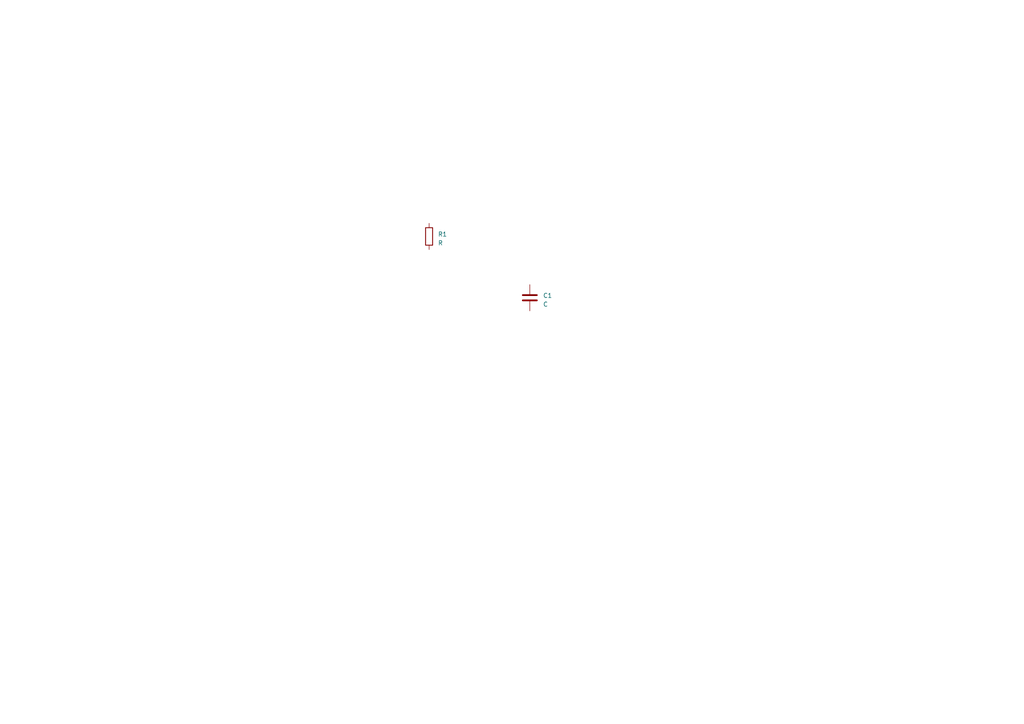
<source format=kicad_sch>
(kicad_sch (version 20230121) (generator eeschema)
  (paper "A4")
  (lib_symbols
    (symbol "Device:C" (pin_numbers hide) (pin_names (offset 0.254))
      (property "Reference" "C" (at 0.635 2.54 0))
      (property "Value" "C" (at 0.635 -2.54 0))
      (symbol "C_0_1"
        (polyline (pts (xy -2.032 -0.762) (xy 2.032 -0.762)) (stroke (width 0.508)))
        (polyline (pts (xy -2.032 0.762) (xy 2.032 0.762)) (stroke (width 0.508)))
      )
      (symbol "C_1_1"
        (pin passive line (at 0 3.81 270) (length 2.794) (name "~") (number "1"))
        (pin passive line (at 0 -3.81 90) (length 2.794) (name "~") (number "2"))
      )
    )
    (symbol "Device:R" (pin_numbers hide) (pin_names (offset 0))
      (property "Reference" "R" (at 2.032 0 90))
      (property "Value" "R" (at 0 0 90))
      (symbol "R_0_1"
        (rectangle (start -1.016 -2.54) (end 1.016 2.54) (stroke (width 0.254)))
      )
      (symbol "R_1_1"
        (pin passive line (at 0 3.81 270) (length 1.27) (name "~") (number "1"))
        (pin passive line (at 0 -3.81 90) (length 1.27) (name "~") (number "2"))
      )
    )
  )
  (symbol (lib_id "Device:C") (at 153.67 86.36 0) (unit 1)
    (property "Reference" "C1" (at 157.48 85.725 0) (effects (justify left)))
    (property "Value" "C" (at 157.48 88.265 0) (effects (justify left)))
  )
  (symbol (lib_id "Device:R") (at 124.46 68.58 0) (unit 1)
    (property "Reference" "R1" (at 127 67.945 0) (effects (justify left)))
    (property "Value" "R" (at 127 70.485 0) (effects (justify left)))
  )
)
</source>
